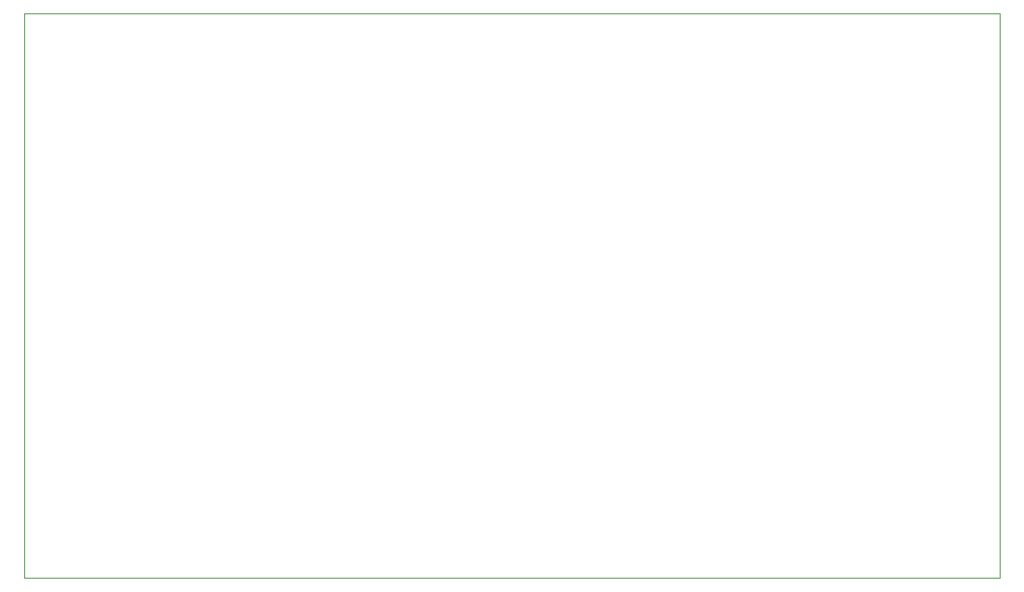
<source format=gtp>
G75*
%MOIN*%
%OFA0B0*%
%FSLAX25Y25*%
%IPPOS*%
%LPD*%
%AMOC8*
5,1,8,0,0,1.08239X$1,22.5*
%
%ADD10C,0.00000*%
D10*
X0005620Y0040337D02*
X0005620Y0265298D01*
X0394321Y0265298D01*
X0394321Y0040337D01*
X0005620Y0040337D01*
M02*

</source>
